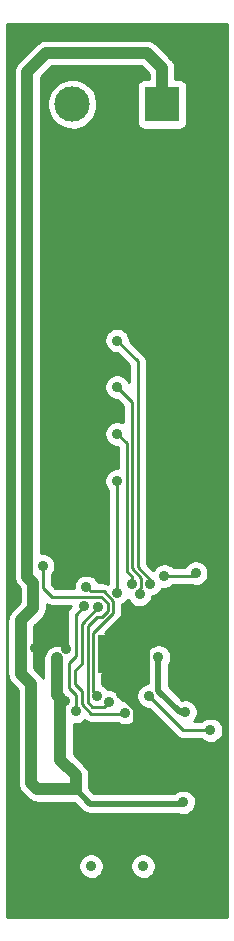
<source format=gbl>
G04 (created by PCBNEW (2013-mar-13)-testing) date Wed 12 Jun 2013 06:43:17 PM NZST*
%MOIN*%
G04 Gerber Fmt 3.4, Leading zero omitted, Abs format*
%FSLAX34Y34*%
G01*
G70*
G90*
G04 APERTURE LIST*
%ADD10C,0.005906*%
%ADD11R,0.125984X0.125984*%
%ADD12C,0.035400*%
%ADD13R,0.118100X0.118100*%
%ADD14C,0.118100*%
%ADD15C,0.035000*%
%ADD16C,0.019685*%
%ADD17C,0.039370*%
%ADD18C,0.010000*%
%ADD19C,0.009843*%
G04 APERTURE END LIST*
G54D10*
G54D11*
X31496Y-39960D03*
G54D12*
X32362Y-47047D03*
X30630Y-47047D03*
G54D13*
X32992Y-21653D03*
G54D14*
X30000Y-21653D03*
G54D15*
X33700Y-44921D03*
X29488Y-40118D03*
X33759Y-41909D03*
X32874Y-40078D03*
X29763Y-41535D03*
X30118Y-44488D03*
X31220Y-41574D03*
X29015Y-37047D03*
X30866Y-38425D03*
X31771Y-41929D03*
X30393Y-38385D03*
X30118Y-41889D03*
X30472Y-37755D03*
X30826Y-41377D03*
X31496Y-34212D03*
X31496Y-37933D03*
X32007Y-37637D03*
X31496Y-32637D03*
X32244Y-37992D03*
X31496Y-31082D03*
X32598Y-37637D03*
X31496Y-29527D03*
X34606Y-42519D03*
X32559Y-41377D03*
X34114Y-37283D03*
X33070Y-37381D03*
X29803Y-39803D03*
X28100Y-41446D03*
X28100Y-38080D03*
X29911Y-37214D03*
X28759Y-39763D03*
X33720Y-38090D03*
X32874Y-44488D03*
X31614Y-41299D03*
G54D16*
X30590Y-44960D02*
X30118Y-44488D01*
X33661Y-44960D02*
X30590Y-44960D01*
X33700Y-44921D02*
X33661Y-44960D01*
G54D17*
X28287Y-39035D02*
X28287Y-38858D01*
X28287Y-38858D02*
X28700Y-38444D01*
X28838Y-44488D02*
X28641Y-44291D01*
X28641Y-44291D02*
X28641Y-40984D01*
X28641Y-40984D02*
X28287Y-40629D01*
X28287Y-40629D02*
X28287Y-39035D01*
X28503Y-20570D02*
X29133Y-19940D01*
X29133Y-19940D02*
X32480Y-19940D01*
X32480Y-19940D02*
X32992Y-20452D01*
X32992Y-20452D02*
X32992Y-21653D01*
X30118Y-44488D02*
X28838Y-44488D01*
X28503Y-37401D02*
X28503Y-20570D01*
X28700Y-37598D02*
X28503Y-37401D01*
X28700Y-38444D02*
X28700Y-37598D01*
X29606Y-41535D02*
X29606Y-41456D01*
X29488Y-41338D02*
X29488Y-40118D01*
X29606Y-41456D02*
X29488Y-41338D01*
G54D16*
X33582Y-41909D02*
X33759Y-41909D01*
X32874Y-41200D02*
X33582Y-41909D01*
X32874Y-40078D02*
X32874Y-41200D01*
G54D18*
X29606Y-41535D02*
X29763Y-41535D01*
G54D17*
X30118Y-44015D02*
X30118Y-44488D01*
X29606Y-41535D02*
X29606Y-43503D01*
X29606Y-43503D02*
X30118Y-44015D01*
G54D18*
X30511Y-39058D02*
X30511Y-41574D01*
X30669Y-41732D02*
X30511Y-41574D01*
X31062Y-41732D02*
X30669Y-41732D01*
X31220Y-41574D02*
X31062Y-41732D01*
X30511Y-39058D02*
X30831Y-38738D01*
X30831Y-38738D02*
X30985Y-38738D01*
X30985Y-38738D02*
X31181Y-38543D01*
X31181Y-38543D02*
X31181Y-38287D01*
X29015Y-37770D02*
X29015Y-36968D01*
X29315Y-38070D02*
X29015Y-37770D01*
X30964Y-38070D02*
X29315Y-38070D01*
X31181Y-38287D02*
X30964Y-38070D01*
G54D19*
X30078Y-40984D02*
X30078Y-40529D01*
G54D18*
X30078Y-40529D02*
X30314Y-40293D01*
X30314Y-40293D02*
X30314Y-38976D01*
X30314Y-38976D02*
X30866Y-38425D01*
X30629Y-41968D02*
X30314Y-41653D01*
X30078Y-40984D02*
X30314Y-41220D01*
X30314Y-41220D02*
X30314Y-41653D01*
X30629Y-41968D02*
X31732Y-41968D01*
X31732Y-41968D02*
X31771Y-41929D01*
X31732Y-41968D02*
X31771Y-41929D01*
G54D19*
X30118Y-38661D02*
X30118Y-40039D01*
G54D18*
X30118Y-38661D02*
X30393Y-38385D01*
X29881Y-40275D02*
X29881Y-41102D01*
X29881Y-41102D02*
X30118Y-41338D01*
X30118Y-41338D02*
X30118Y-41889D01*
G54D19*
X30118Y-40039D02*
X29881Y-40275D01*
X31358Y-38602D02*
X31358Y-38603D01*
G54D18*
X31358Y-38602D02*
X31358Y-38208D01*
X31358Y-38208D02*
X31043Y-37893D01*
X31043Y-37893D02*
X30610Y-37893D01*
X30610Y-37893D02*
X30472Y-37755D01*
G54D19*
X30688Y-41240D02*
X30826Y-41377D01*
X30688Y-39272D02*
X30688Y-41240D01*
X31358Y-38603D02*
X30688Y-39272D01*
X30846Y-41358D02*
X30826Y-41377D01*
G54D18*
X31496Y-37933D02*
X31496Y-34212D01*
X32007Y-37637D02*
X32007Y-37401D01*
X31811Y-32952D02*
X31496Y-32637D01*
X31811Y-37204D02*
X31811Y-32952D01*
X32007Y-37401D02*
X31811Y-37204D01*
X32244Y-37992D02*
X32244Y-37814D01*
X31988Y-31574D02*
X31496Y-31082D01*
X31988Y-37125D02*
X31988Y-31574D01*
X32303Y-37440D02*
X31988Y-37125D01*
X32303Y-37755D02*
X32303Y-37440D01*
X32244Y-37814D02*
X32303Y-37755D01*
X32598Y-37637D02*
X32598Y-37500D01*
X32185Y-30216D02*
X31496Y-29527D01*
X32185Y-37086D02*
X32185Y-30216D01*
X32598Y-37500D02*
X32185Y-37086D01*
X33700Y-42519D02*
X34606Y-42519D01*
X32559Y-41377D02*
X33700Y-42519D01*
X33070Y-37381D02*
X34015Y-37381D01*
X34015Y-37381D02*
X34114Y-37283D01*
X33070Y-37381D02*
X33129Y-37322D01*
G54D16*
X28759Y-39763D02*
X28996Y-39527D01*
X29803Y-39724D02*
X29803Y-39803D01*
X29606Y-39527D02*
X29803Y-39724D01*
X28996Y-39527D02*
X29606Y-39527D01*
G54D19*
X28090Y-41496D02*
X28090Y-41456D01*
X28090Y-41456D02*
X28100Y-41446D01*
X28100Y-38080D02*
X28090Y-38070D01*
X29911Y-37214D02*
X29921Y-37224D01*
G54D16*
X28759Y-39763D02*
X28759Y-39744D01*
X31614Y-41299D02*
X31889Y-41299D01*
X31889Y-41299D02*
X32480Y-40708D01*
X32480Y-40708D02*
X32480Y-38641D01*
X32480Y-38641D02*
X33031Y-38090D01*
X33031Y-38090D02*
X33720Y-38090D01*
X32125Y-41811D02*
X31614Y-41299D01*
X32125Y-43740D02*
X32125Y-41811D01*
X32125Y-43740D02*
X32874Y-44488D01*
G54D10*
G36*
X29968Y-38370D02*
X29968Y-38386D01*
X29905Y-38449D01*
X29868Y-38494D01*
X29841Y-38546D01*
X29824Y-38602D01*
X29818Y-38660D01*
X29818Y-38668D01*
X29818Y-39819D01*
X29805Y-39803D01*
X29738Y-39747D01*
X29661Y-39706D01*
X29578Y-39680D01*
X29491Y-39671D01*
X29404Y-39679D01*
X29320Y-39703D01*
X29243Y-39744D01*
X29175Y-39798D01*
X29119Y-39865D01*
X29077Y-39942D01*
X29051Y-40025D01*
X29041Y-40111D01*
X29041Y-40118D01*
X29041Y-40788D01*
X29035Y-40777D01*
X29016Y-40740D01*
X29015Y-40739D01*
X29013Y-40736D01*
X28987Y-40704D01*
X28962Y-40672D01*
X28958Y-40669D01*
X28958Y-40669D01*
X28958Y-40669D01*
X28957Y-40668D01*
X28734Y-40444D01*
X28734Y-39043D01*
X29016Y-38760D01*
X29042Y-38728D01*
X29069Y-38697D01*
X29070Y-38695D01*
X29072Y-38693D01*
X29091Y-38657D01*
X29111Y-38620D01*
X29112Y-38618D01*
X29113Y-38616D01*
X29125Y-38577D01*
X29137Y-38537D01*
X29138Y-38535D01*
X29138Y-38533D01*
X29142Y-38492D01*
X29147Y-38451D01*
X29147Y-38446D01*
X29147Y-38446D01*
X29147Y-38446D01*
X29147Y-38444D01*
X29147Y-38319D01*
X29147Y-38319D01*
X29148Y-38320D01*
X29173Y-38333D01*
X29197Y-38346D01*
X29199Y-38347D01*
X29200Y-38347D01*
X29226Y-38355D01*
X29253Y-38364D01*
X29254Y-38364D01*
X29256Y-38364D01*
X29284Y-38367D01*
X29311Y-38370D01*
X29314Y-38370D01*
X29314Y-38370D01*
X29314Y-38370D01*
X29315Y-38370D01*
X29968Y-38370D01*
X29968Y-38370D01*
G37*
G54D18*
X29968Y-38370D02*
X29968Y-38386D01*
X29905Y-38449D01*
X29868Y-38494D01*
X29841Y-38546D01*
X29824Y-38602D01*
X29818Y-38660D01*
X29818Y-38668D01*
X29818Y-39819D01*
X29805Y-39803D01*
X29738Y-39747D01*
X29661Y-39706D01*
X29578Y-39680D01*
X29491Y-39671D01*
X29404Y-39679D01*
X29320Y-39703D01*
X29243Y-39744D01*
X29175Y-39798D01*
X29119Y-39865D01*
X29077Y-39942D01*
X29051Y-40025D01*
X29041Y-40111D01*
X29041Y-40118D01*
X29041Y-40788D01*
X29035Y-40777D01*
X29016Y-40740D01*
X29015Y-40739D01*
X29013Y-40736D01*
X28987Y-40704D01*
X28962Y-40672D01*
X28958Y-40669D01*
X28958Y-40669D01*
X28958Y-40669D01*
X28957Y-40668D01*
X28734Y-40444D01*
X28734Y-39043D01*
X29016Y-38760D01*
X29042Y-38728D01*
X29069Y-38697D01*
X29070Y-38695D01*
X29072Y-38693D01*
X29091Y-38657D01*
X29111Y-38620D01*
X29112Y-38618D01*
X29113Y-38616D01*
X29125Y-38577D01*
X29137Y-38537D01*
X29138Y-38535D01*
X29138Y-38533D01*
X29142Y-38492D01*
X29147Y-38451D01*
X29147Y-38446D01*
X29147Y-38446D01*
X29147Y-38446D01*
X29147Y-38444D01*
X29147Y-38319D01*
X29147Y-38319D01*
X29148Y-38320D01*
X29173Y-38333D01*
X29197Y-38346D01*
X29199Y-38347D01*
X29200Y-38347D01*
X29226Y-38355D01*
X29253Y-38364D01*
X29254Y-38364D01*
X29256Y-38364D01*
X29284Y-38367D01*
X29311Y-38370D01*
X29314Y-38370D01*
X29314Y-38370D01*
X29314Y-38370D01*
X29315Y-38370D01*
X29968Y-38370D01*
G54D10*
G36*
X35163Y-48746D02*
X35031Y-48746D01*
X35031Y-42478D01*
X35015Y-42396D01*
X34983Y-42319D01*
X34937Y-42249D01*
X34878Y-42190D01*
X34809Y-42144D01*
X34732Y-42111D01*
X34650Y-42094D01*
X34567Y-42094D01*
X34539Y-42099D01*
X34539Y-37241D01*
X34523Y-37160D01*
X34491Y-37082D01*
X34445Y-37013D01*
X34386Y-36954D01*
X34317Y-36907D01*
X34240Y-36875D01*
X34158Y-36858D01*
X34075Y-36858D01*
X33993Y-36873D01*
X33916Y-36905D01*
X33846Y-36950D01*
X33787Y-37008D01*
X33739Y-37077D01*
X33738Y-37081D01*
X33371Y-37081D01*
X33343Y-37052D01*
X33273Y-37006D01*
X33197Y-36973D01*
X33115Y-36957D01*
X33032Y-36956D01*
X32950Y-36972D01*
X32873Y-37003D01*
X32803Y-37049D01*
X32743Y-37107D01*
X32697Y-37174D01*
X32485Y-36962D01*
X32485Y-30216D01*
X32482Y-30188D01*
X32479Y-30161D01*
X32479Y-30159D01*
X32479Y-30158D01*
X32471Y-30131D01*
X32463Y-30105D01*
X32462Y-30103D01*
X32462Y-30102D01*
X32449Y-30077D01*
X32436Y-30053D01*
X32435Y-30051D01*
X32434Y-30050D01*
X32417Y-30029D01*
X32400Y-30007D01*
X32397Y-30005D01*
X32397Y-30005D01*
X32397Y-30005D01*
X32397Y-30004D01*
X31920Y-29527D01*
X31921Y-29485D01*
X31904Y-29404D01*
X31873Y-29327D01*
X31827Y-29257D01*
X31768Y-29198D01*
X31699Y-29151D01*
X31622Y-29119D01*
X31540Y-29102D01*
X31457Y-29102D01*
X31375Y-29117D01*
X31298Y-29149D01*
X31228Y-29194D01*
X31168Y-29253D01*
X31121Y-29321D01*
X31088Y-29398D01*
X31071Y-29479D01*
X31070Y-29563D01*
X31085Y-29645D01*
X31116Y-29722D01*
X31161Y-29792D01*
X31219Y-29852D01*
X31287Y-29900D01*
X31364Y-29933D01*
X31445Y-29951D01*
X31496Y-29952D01*
X31885Y-30340D01*
X31885Y-30911D01*
X31873Y-30882D01*
X31827Y-30812D01*
X31768Y-30753D01*
X31699Y-30707D01*
X31622Y-30674D01*
X31540Y-30657D01*
X31457Y-30657D01*
X31375Y-30672D01*
X31298Y-30704D01*
X31228Y-30749D01*
X31168Y-30808D01*
X31121Y-30876D01*
X31088Y-30953D01*
X31071Y-31035D01*
X31070Y-31118D01*
X31085Y-31200D01*
X31116Y-31277D01*
X31161Y-31347D01*
X31219Y-31407D01*
X31287Y-31455D01*
X31364Y-31488D01*
X31445Y-31506D01*
X31496Y-31507D01*
X31688Y-31699D01*
X31688Y-32257D01*
X31622Y-32229D01*
X31540Y-32213D01*
X31457Y-32212D01*
X31375Y-32228D01*
X31298Y-32259D01*
X31228Y-32304D01*
X31168Y-32363D01*
X31121Y-32432D01*
X31088Y-32508D01*
X31071Y-32590D01*
X31070Y-32673D01*
X31085Y-32755D01*
X31116Y-32833D01*
X31161Y-32903D01*
X31219Y-32963D01*
X31287Y-33010D01*
X31364Y-33043D01*
X31445Y-33061D01*
X31496Y-33062D01*
X31511Y-33077D01*
X31511Y-33787D01*
X31457Y-33787D01*
X31375Y-33802D01*
X31298Y-33834D01*
X31228Y-33879D01*
X31168Y-33938D01*
X31121Y-34006D01*
X31088Y-34083D01*
X31071Y-34164D01*
X31070Y-34248D01*
X31085Y-34330D01*
X31116Y-34407D01*
X31161Y-34477D01*
X31196Y-34513D01*
X31196Y-37631D01*
X31192Y-37635D01*
X31185Y-37631D01*
X31161Y-37617D01*
X31159Y-37617D01*
X31158Y-37616D01*
X31132Y-37608D01*
X31105Y-37600D01*
X31104Y-37600D01*
X31102Y-37599D01*
X31075Y-37596D01*
X31047Y-37593D01*
X31044Y-37593D01*
X31044Y-37593D01*
X31044Y-37593D01*
X31043Y-37593D01*
X30865Y-37593D01*
X30849Y-37555D01*
X30840Y-37542D01*
X30840Y-21571D01*
X30808Y-21409D01*
X30745Y-21257D01*
X30654Y-21119D01*
X30538Y-21002D01*
X30401Y-20910D01*
X30249Y-20846D01*
X30088Y-20813D01*
X29923Y-20812D01*
X29761Y-20843D01*
X29608Y-20905D01*
X29470Y-20995D01*
X29353Y-21110D01*
X29259Y-21246D01*
X29195Y-21398D01*
X29160Y-21559D01*
X29158Y-21724D01*
X29188Y-21886D01*
X29248Y-22039D01*
X29338Y-22178D01*
X29452Y-22296D01*
X29588Y-22390D01*
X29739Y-22456D01*
X29900Y-22492D01*
X30064Y-22495D01*
X30227Y-22466D01*
X30380Y-22407D01*
X30520Y-22319D01*
X30639Y-22205D01*
X30734Y-22070D01*
X30801Y-21920D01*
X30837Y-21759D01*
X30840Y-21571D01*
X30840Y-37542D01*
X30803Y-37485D01*
X30744Y-37426D01*
X30675Y-37380D01*
X30598Y-37347D01*
X30517Y-37331D01*
X30433Y-37330D01*
X30351Y-37346D01*
X30274Y-37377D01*
X30204Y-37423D01*
X30145Y-37481D01*
X30098Y-37550D01*
X30065Y-37626D01*
X30048Y-37708D01*
X30047Y-37770D01*
X29440Y-37770D01*
X29315Y-37646D01*
X29315Y-37348D01*
X29339Y-37326D01*
X29387Y-37258D01*
X29420Y-37182D01*
X29439Y-37100D01*
X29440Y-37005D01*
X29424Y-36923D01*
X29392Y-36846D01*
X29346Y-36777D01*
X29287Y-36718D01*
X29218Y-36671D01*
X29142Y-36639D01*
X29060Y-36622D01*
X28977Y-36621D01*
X28950Y-36626D01*
X28950Y-20755D01*
X29318Y-20387D01*
X32295Y-20387D01*
X32545Y-20637D01*
X32545Y-20813D01*
X32376Y-20813D01*
X32328Y-20822D01*
X32283Y-20841D01*
X32242Y-20868D01*
X32207Y-20903D01*
X32180Y-20944D01*
X32161Y-20990D01*
X32151Y-21038D01*
X32151Y-21087D01*
X32151Y-22268D01*
X32161Y-22316D01*
X32180Y-22362D01*
X32207Y-22403D01*
X32242Y-22438D01*
X32283Y-22465D01*
X32328Y-22484D01*
X32376Y-22494D01*
X32426Y-22494D01*
X33607Y-22494D01*
X33655Y-22484D01*
X33700Y-22465D01*
X33741Y-22438D01*
X33776Y-22403D01*
X33804Y-22362D01*
X33822Y-22316D01*
X33832Y-22268D01*
X33832Y-22219D01*
X33832Y-21038D01*
X33822Y-20990D01*
X33804Y-20944D01*
X33776Y-20903D01*
X33741Y-20868D01*
X33700Y-20841D01*
X33655Y-20822D01*
X33607Y-20813D01*
X33557Y-20813D01*
X33438Y-20813D01*
X33438Y-20452D01*
X33434Y-20411D01*
X33431Y-20370D01*
X33430Y-20368D01*
X33430Y-20365D01*
X33418Y-20326D01*
X33406Y-20286D01*
X33405Y-20284D01*
X33405Y-20282D01*
X33385Y-20245D01*
X33366Y-20209D01*
X33365Y-20207D01*
X33364Y-20205D01*
X33338Y-20173D01*
X33312Y-20141D01*
X33309Y-20137D01*
X33309Y-20137D01*
X33309Y-20137D01*
X33308Y-20136D01*
X32796Y-19624D01*
X32764Y-19598D01*
X32732Y-19572D01*
X32730Y-19571D01*
X32728Y-19569D01*
X32692Y-19550D01*
X32656Y-19530D01*
X32654Y-19529D01*
X32652Y-19528D01*
X32612Y-19516D01*
X32573Y-19503D01*
X32570Y-19503D01*
X32568Y-19502D01*
X32527Y-19498D01*
X32486Y-19494D01*
X32481Y-19494D01*
X32481Y-19494D01*
X32481Y-19494D01*
X32480Y-19494D01*
X29133Y-19494D01*
X29092Y-19498D01*
X29051Y-19501D01*
X29049Y-19502D01*
X29047Y-19502D01*
X29007Y-19514D01*
X28967Y-19526D01*
X28965Y-19527D01*
X28963Y-19527D01*
X28927Y-19547D01*
X28890Y-19566D01*
X28888Y-19567D01*
X28886Y-19568D01*
X28854Y-19594D01*
X28822Y-19620D01*
X28819Y-19623D01*
X28818Y-19623D01*
X28818Y-19623D01*
X28817Y-19624D01*
X28187Y-20254D01*
X28161Y-20286D01*
X28135Y-20318D01*
X28134Y-20320D01*
X28132Y-20322D01*
X28113Y-20358D01*
X28093Y-20394D01*
X28092Y-20397D01*
X28091Y-20399D01*
X28079Y-20438D01*
X28066Y-20477D01*
X28066Y-20480D01*
X28065Y-20482D01*
X28061Y-20523D01*
X28057Y-20564D01*
X28057Y-20569D01*
X28057Y-20569D01*
X28057Y-20569D01*
X28057Y-20570D01*
X28057Y-37401D01*
X28061Y-37442D01*
X28064Y-37483D01*
X28065Y-37486D01*
X28065Y-37488D01*
X28077Y-37527D01*
X28089Y-37567D01*
X28090Y-37569D01*
X28090Y-37571D01*
X28110Y-37608D01*
X28129Y-37644D01*
X28130Y-37646D01*
X28131Y-37648D01*
X28157Y-37680D01*
X28183Y-37713D01*
X28186Y-37716D01*
X28186Y-37716D01*
X28186Y-37716D01*
X28187Y-37717D01*
X28253Y-37783D01*
X28253Y-38259D01*
X27971Y-38542D01*
X27945Y-38574D01*
X27918Y-38605D01*
X27917Y-38607D01*
X27916Y-38609D01*
X27896Y-38646D01*
X27876Y-38682D01*
X27875Y-38684D01*
X27874Y-38686D01*
X27862Y-38726D01*
X27850Y-38765D01*
X27850Y-38767D01*
X27849Y-38769D01*
X27845Y-38811D01*
X27840Y-38852D01*
X27840Y-38856D01*
X27840Y-38856D01*
X27840Y-38856D01*
X27840Y-38858D01*
X27840Y-39035D01*
X27840Y-40629D01*
X27844Y-40671D01*
X27848Y-40712D01*
X27848Y-40714D01*
X27849Y-40716D01*
X27860Y-40756D01*
X27872Y-40795D01*
X27873Y-40797D01*
X27874Y-40800D01*
X27893Y-40836D01*
X27912Y-40873D01*
X27914Y-40875D01*
X27915Y-40877D01*
X27941Y-40909D01*
X27967Y-40941D01*
X27970Y-40944D01*
X27970Y-40944D01*
X27970Y-40944D01*
X27971Y-40945D01*
X28194Y-41169D01*
X28194Y-44291D01*
X28198Y-44332D01*
X28202Y-44373D01*
X28203Y-44375D01*
X28203Y-44378D01*
X28215Y-44417D01*
X28226Y-44457D01*
X28227Y-44459D01*
X28228Y-44461D01*
X28247Y-44498D01*
X28266Y-44534D01*
X28268Y-44536D01*
X28269Y-44538D01*
X28295Y-44570D01*
X28321Y-44602D01*
X28324Y-44606D01*
X28324Y-44606D01*
X28324Y-44606D01*
X28325Y-44607D01*
X28522Y-44804D01*
X28554Y-44830D01*
X28586Y-44856D01*
X28588Y-44858D01*
X28590Y-44859D01*
X28626Y-44879D01*
X28662Y-44898D01*
X28664Y-44899D01*
X28666Y-44900D01*
X28706Y-44912D01*
X28745Y-44925D01*
X28748Y-44925D01*
X28750Y-44926D01*
X28791Y-44930D01*
X28832Y-44934D01*
X28836Y-44935D01*
X28837Y-44935D01*
X28837Y-44935D01*
X28838Y-44935D01*
X30072Y-44935D01*
X30344Y-45207D01*
X30369Y-45227D01*
X30393Y-45248D01*
X30395Y-45249D01*
X30396Y-45250D01*
X30425Y-45265D01*
X30453Y-45280D01*
X30455Y-45281D01*
X30456Y-45282D01*
X30487Y-45291D01*
X30518Y-45301D01*
X30519Y-45301D01*
X30521Y-45302D01*
X30553Y-45305D01*
X30585Y-45309D01*
X30589Y-45309D01*
X30589Y-45309D01*
X30589Y-45309D01*
X30590Y-45309D01*
X33526Y-45309D01*
X33568Y-45327D01*
X33650Y-45345D01*
X33733Y-45347D01*
X33815Y-45332D01*
X33893Y-45302D01*
X33963Y-45257D01*
X34024Y-45200D01*
X34072Y-45132D01*
X34106Y-45056D01*
X34124Y-44974D01*
X34125Y-44879D01*
X34109Y-44797D01*
X34077Y-44720D01*
X34031Y-44651D01*
X33973Y-44592D01*
X33903Y-44545D01*
X33827Y-44513D01*
X33745Y-44496D01*
X33662Y-44495D01*
X33580Y-44511D01*
X33502Y-44542D01*
X33433Y-44588D01*
X33408Y-44612D01*
X30734Y-44612D01*
X30564Y-44442D01*
X30564Y-44015D01*
X30560Y-43974D01*
X30557Y-43933D01*
X30556Y-43931D01*
X30556Y-43928D01*
X30544Y-43889D01*
X30533Y-43849D01*
X30531Y-43847D01*
X30531Y-43845D01*
X30511Y-43809D01*
X30492Y-43772D01*
X30491Y-43770D01*
X30490Y-43768D01*
X30464Y-43736D01*
X30438Y-43704D01*
X30435Y-43700D01*
X30435Y-43700D01*
X30435Y-43700D01*
X30434Y-43699D01*
X30053Y-43318D01*
X30053Y-42310D01*
X30067Y-42313D01*
X30150Y-42315D01*
X30232Y-42301D01*
X30310Y-42270D01*
X30381Y-42226D01*
X30423Y-42185D01*
X30439Y-42198D01*
X30460Y-42216D01*
X30461Y-42216D01*
X30463Y-42217D01*
X30487Y-42230D01*
X30511Y-42244D01*
X30513Y-42244D01*
X30514Y-42245D01*
X30541Y-42253D01*
X30567Y-42261D01*
X30569Y-42262D01*
X30570Y-42262D01*
X30598Y-42265D01*
X30625Y-42268D01*
X30628Y-42268D01*
X30628Y-42268D01*
X30628Y-42268D01*
X30629Y-42268D01*
X31515Y-42268D01*
X31563Y-42301D01*
X31639Y-42335D01*
X31721Y-42353D01*
X31804Y-42354D01*
X31886Y-42340D01*
X31964Y-42310D01*
X32034Y-42265D01*
X32094Y-42208D01*
X32142Y-42140D01*
X32176Y-42063D01*
X32195Y-41982D01*
X32196Y-41887D01*
X32180Y-41805D01*
X32148Y-41728D01*
X32102Y-41659D01*
X32043Y-41600D01*
X31974Y-41553D01*
X31897Y-41521D01*
X31816Y-41504D01*
X31732Y-41503D01*
X31651Y-41519D01*
X31643Y-41522D01*
X31629Y-41451D01*
X31597Y-41374D01*
X31551Y-41304D01*
X31492Y-41245D01*
X31423Y-41199D01*
X31346Y-41166D01*
X31265Y-41150D01*
X31185Y-41149D01*
X31157Y-41108D01*
X31098Y-41048D01*
X31029Y-41002D01*
X30988Y-40984D01*
X30988Y-40640D01*
X31435Y-40640D01*
X31447Y-40628D01*
X31447Y-40009D01*
X31439Y-40009D01*
X31439Y-39912D01*
X31447Y-39912D01*
X31447Y-39293D01*
X31435Y-39280D01*
X31103Y-39280D01*
X31566Y-38817D01*
X31568Y-38816D01*
X31569Y-38814D01*
X31569Y-38814D01*
X31570Y-38813D01*
X31605Y-38771D01*
X31634Y-38720D01*
X31651Y-38664D01*
X31658Y-38606D01*
X31658Y-38602D01*
X31658Y-38326D01*
X31688Y-38314D01*
X31758Y-38269D01*
X31819Y-38212D01*
X31854Y-38162D01*
X31864Y-38187D01*
X31909Y-38257D01*
X31967Y-38317D01*
X32035Y-38364D01*
X32112Y-38398D01*
X32193Y-38416D01*
X32276Y-38417D01*
X32358Y-38403D01*
X32436Y-38373D01*
X32507Y-38328D01*
X32567Y-38271D01*
X32615Y-38203D01*
X32649Y-38126D01*
X32665Y-38057D01*
X32713Y-38049D01*
X32790Y-38018D01*
X32861Y-37974D01*
X32921Y-37916D01*
X32969Y-37848D01*
X32991Y-37799D01*
X33020Y-37805D01*
X33103Y-37807D01*
X33185Y-37793D01*
X33263Y-37763D01*
X33333Y-37718D01*
X33372Y-37681D01*
X33964Y-37681D01*
X33982Y-37689D01*
X34063Y-37707D01*
X34146Y-37709D01*
X34229Y-37694D01*
X34306Y-37664D01*
X34377Y-37619D01*
X34437Y-37562D01*
X34485Y-37494D01*
X34519Y-37418D01*
X34537Y-37336D01*
X34539Y-37241D01*
X34539Y-42099D01*
X34485Y-42110D01*
X34408Y-42141D01*
X34338Y-42186D01*
X34305Y-42219D01*
X34050Y-42219D01*
X34083Y-42188D01*
X34131Y-42120D01*
X34165Y-42044D01*
X34183Y-41962D01*
X34184Y-41867D01*
X34168Y-41786D01*
X34136Y-41708D01*
X34090Y-41639D01*
X34032Y-41580D01*
X33962Y-41533D01*
X33886Y-41501D01*
X33804Y-41484D01*
X33721Y-41484D01*
X33661Y-41495D01*
X33222Y-41056D01*
X33222Y-40322D01*
X33245Y-40289D01*
X33279Y-40213D01*
X33297Y-40132D01*
X33299Y-40037D01*
X33282Y-39955D01*
X33251Y-39878D01*
X33204Y-39808D01*
X33146Y-39749D01*
X33077Y-39703D01*
X33000Y-39670D01*
X32918Y-39654D01*
X32835Y-39653D01*
X32753Y-39669D01*
X32676Y-39700D01*
X32606Y-39745D01*
X32546Y-39804D01*
X32499Y-39873D01*
X32466Y-39949D01*
X32449Y-40031D01*
X32448Y-40114D01*
X32463Y-40196D01*
X32494Y-40273D01*
X32525Y-40322D01*
X32525Y-40952D01*
X32520Y-40952D01*
X32438Y-40968D01*
X32361Y-40999D01*
X32291Y-41045D01*
X32231Y-41103D01*
X32184Y-41172D01*
X32175Y-41192D01*
X32175Y-40595D01*
X32175Y-40585D01*
X32175Y-40021D01*
X32175Y-39899D01*
X32175Y-39335D01*
X32175Y-39325D01*
X32174Y-39316D01*
X32170Y-39307D01*
X32164Y-39298D01*
X32157Y-39291D01*
X32149Y-39286D01*
X32140Y-39282D01*
X32130Y-39280D01*
X31556Y-39280D01*
X31544Y-39293D01*
X31544Y-39912D01*
X32163Y-39912D01*
X32175Y-39899D01*
X32175Y-40021D01*
X32163Y-40009D01*
X31544Y-40009D01*
X31544Y-40628D01*
X31556Y-40640D01*
X32130Y-40640D01*
X32140Y-40638D01*
X32149Y-40634D01*
X32157Y-40629D01*
X32164Y-40622D01*
X32170Y-40614D01*
X32174Y-40605D01*
X32175Y-40595D01*
X32175Y-41192D01*
X32151Y-41248D01*
X32134Y-41330D01*
X32133Y-41413D01*
X32148Y-41495D01*
X32179Y-41573D01*
X32224Y-41643D01*
X32282Y-41703D01*
X32350Y-41750D01*
X32427Y-41784D01*
X32508Y-41802D01*
X32559Y-41803D01*
X33488Y-42731D01*
X33510Y-42749D01*
X33531Y-42767D01*
X33532Y-42767D01*
X33533Y-42768D01*
X33558Y-42782D01*
X33582Y-42795D01*
X33584Y-42795D01*
X33585Y-42796D01*
X33611Y-42804D01*
X33638Y-42813D01*
X33639Y-42813D01*
X33641Y-42813D01*
X33669Y-42816D01*
X33696Y-42819D01*
X33699Y-42819D01*
X33699Y-42819D01*
X33699Y-42819D01*
X33700Y-42819D01*
X34305Y-42819D01*
X34329Y-42844D01*
X34397Y-42892D01*
X34474Y-42925D01*
X34555Y-42943D01*
X34639Y-42945D01*
X34721Y-42931D01*
X34798Y-42900D01*
X34869Y-42856D01*
X34929Y-42798D01*
X34977Y-42730D01*
X35011Y-42654D01*
X35029Y-42573D01*
X35031Y-42478D01*
X35031Y-48746D01*
X32789Y-48746D01*
X32789Y-47005D01*
X32772Y-46923D01*
X32740Y-46845D01*
X32694Y-46776D01*
X32635Y-46716D01*
X32566Y-46669D01*
X32488Y-46637D01*
X32406Y-46620D01*
X32323Y-46619D01*
X32240Y-46635D01*
X32163Y-46667D01*
X32093Y-46712D01*
X32033Y-46771D01*
X31986Y-46840D01*
X31953Y-46917D01*
X31935Y-46999D01*
X31934Y-47083D01*
X31949Y-47165D01*
X31980Y-47243D01*
X32025Y-47313D01*
X32083Y-47373D01*
X32152Y-47421D01*
X32229Y-47455D01*
X32311Y-47473D01*
X32394Y-47475D01*
X32477Y-47460D01*
X32555Y-47430D01*
X32626Y-47385D01*
X32686Y-47327D01*
X32735Y-47259D01*
X32769Y-47182D01*
X32787Y-47101D01*
X32789Y-47005D01*
X32789Y-48746D01*
X31057Y-48746D01*
X31057Y-47005D01*
X31040Y-46923D01*
X31008Y-46845D01*
X30962Y-46776D01*
X30903Y-46716D01*
X30834Y-46669D01*
X30756Y-46637D01*
X30674Y-46620D01*
X30591Y-46619D01*
X30508Y-46635D01*
X30431Y-46667D01*
X30361Y-46712D01*
X30301Y-46771D01*
X30254Y-46840D01*
X30221Y-46917D01*
X30203Y-46999D01*
X30202Y-47083D01*
X30217Y-47165D01*
X30248Y-47243D01*
X30293Y-47313D01*
X30351Y-47373D01*
X30420Y-47421D01*
X30497Y-47455D01*
X30579Y-47473D01*
X30662Y-47475D01*
X30745Y-47460D01*
X30823Y-47430D01*
X30894Y-47385D01*
X30954Y-47327D01*
X31003Y-47259D01*
X31037Y-47182D01*
X31055Y-47101D01*
X31057Y-47005D01*
X31057Y-48746D01*
X27828Y-48746D01*
X27828Y-18970D01*
X35163Y-18970D01*
X35163Y-48746D01*
X35163Y-48746D01*
G37*
G54D18*
X35163Y-48746D02*
X35031Y-48746D01*
X35031Y-42478D01*
X35015Y-42396D01*
X34983Y-42319D01*
X34937Y-42249D01*
X34878Y-42190D01*
X34809Y-42144D01*
X34732Y-42111D01*
X34650Y-42094D01*
X34567Y-42094D01*
X34539Y-42099D01*
X34539Y-37241D01*
X34523Y-37160D01*
X34491Y-37082D01*
X34445Y-37013D01*
X34386Y-36954D01*
X34317Y-36907D01*
X34240Y-36875D01*
X34158Y-36858D01*
X34075Y-36858D01*
X33993Y-36873D01*
X33916Y-36905D01*
X33846Y-36950D01*
X33787Y-37008D01*
X33739Y-37077D01*
X33738Y-37081D01*
X33371Y-37081D01*
X33343Y-37052D01*
X33273Y-37006D01*
X33197Y-36973D01*
X33115Y-36957D01*
X33032Y-36956D01*
X32950Y-36972D01*
X32873Y-37003D01*
X32803Y-37049D01*
X32743Y-37107D01*
X32697Y-37174D01*
X32485Y-36962D01*
X32485Y-30216D01*
X32482Y-30188D01*
X32479Y-30161D01*
X32479Y-30159D01*
X32479Y-30158D01*
X32471Y-30131D01*
X32463Y-30105D01*
X32462Y-30103D01*
X32462Y-30102D01*
X32449Y-30077D01*
X32436Y-30053D01*
X32435Y-30051D01*
X32434Y-30050D01*
X32417Y-30029D01*
X32400Y-30007D01*
X32397Y-30005D01*
X32397Y-30005D01*
X32397Y-30005D01*
X32397Y-30004D01*
X31920Y-29527D01*
X31921Y-29485D01*
X31904Y-29404D01*
X31873Y-29327D01*
X31827Y-29257D01*
X31768Y-29198D01*
X31699Y-29151D01*
X31622Y-29119D01*
X31540Y-29102D01*
X31457Y-29102D01*
X31375Y-29117D01*
X31298Y-29149D01*
X31228Y-29194D01*
X31168Y-29253D01*
X31121Y-29321D01*
X31088Y-29398D01*
X31071Y-29479D01*
X31070Y-29563D01*
X31085Y-29645D01*
X31116Y-29722D01*
X31161Y-29792D01*
X31219Y-29852D01*
X31287Y-29900D01*
X31364Y-29933D01*
X31445Y-29951D01*
X31496Y-29952D01*
X31885Y-30340D01*
X31885Y-30911D01*
X31873Y-30882D01*
X31827Y-30812D01*
X31768Y-30753D01*
X31699Y-30707D01*
X31622Y-30674D01*
X31540Y-30657D01*
X31457Y-30657D01*
X31375Y-30672D01*
X31298Y-30704D01*
X31228Y-30749D01*
X31168Y-30808D01*
X31121Y-30876D01*
X31088Y-30953D01*
X31071Y-31035D01*
X31070Y-31118D01*
X31085Y-31200D01*
X31116Y-31277D01*
X31161Y-31347D01*
X31219Y-31407D01*
X31287Y-31455D01*
X31364Y-31488D01*
X31445Y-31506D01*
X31496Y-31507D01*
X31688Y-31699D01*
X31688Y-32257D01*
X31622Y-32229D01*
X31540Y-32213D01*
X31457Y-32212D01*
X31375Y-32228D01*
X31298Y-32259D01*
X31228Y-32304D01*
X31168Y-32363D01*
X31121Y-32432D01*
X31088Y-32508D01*
X31071Y-32590D01*
X31070Y-32673D01*
X31085Y-32755D01*
X31116Y-32833D01*
X31161Y-32903D01*
X31219Y-32963D01*
X31287Y-33010D01*
X31364Y-33043D01*
X31445Y-33061D01*
X31496Y-33062D01*
X31511Y-33077D01*
X31511Y-33787D01*
X31457Y-33787D01*
X31375Y-33802D01*
X31298Y-33834D01*
X31228Y-33879D01*
X31168Y-33938D01*
X31121Y-34006D01*
X31088Y-34083D01*
X31071Y-34164D01*
X31070Y-34248D01*
X31085Y-34330D01*
X31116Y-34407D01*
X31161Y-34477D01*
X31196Y-34513D01*
X31196Y-37631D01*
X31192Y-37635D01*
X31185Y-37631D01*
X31161Y-37617D01*
X31159Y-37617D01*
X31158Y-37616D01*
X31132Y-37608D01*
X31105Y-37600D01*
X31104Y-37600D01*
X31102Y-37599D01*
X31075Y-37596D01*
X31047Y-37593D01*
X31044Y-37593D01*
X31044Y-37593D01*
X31044Y-37593D01*
X31043Y-37593D01*
X30865Y-37593D01*
X30849Y-37555D01*
X30840Y-37542D01*
X30840Y-21571D01*
X30808Y-21409D01*
X30745Y-21257D01*
X30654Y-21119D01*
X30538Y-21002D01*
X30401Y-20910D01*
X30249Y-20846D01*
X30088Y-20813D01*
X29923Y-20812D01*
X29761Y-20843D01*
X29608Y-20905D01*
X29470Y-20995D01*
X29353Y-21110D01*
X29259Y-21246D01*
X29195Y-21398D01*
X29160Y-21559D01*
X29158Y-21724D01*
X29188Y-21886D01*
X29248Y-22039D01*
X29338Y-22178D01*
X29452Y-22296D01*
X29588Y-22390D01*
X29739Y-22456D01*
X29900Y-22492D01*
X30064Y-22495D01*
X30227Y-22466D01*
X30380Y-22407D01*
X30520Y-22319D01*
X30639Y-22205D01*
X30734Y-22070D01*
X30801Y-21920D01*
X30837Y-21759D01*
X30840Y-21571D01*
X30840Y-37542D01*
X30803Y-37485D01*
X30744Y-37426D01*
X30675Y-37380D01*
X30598Y-37347D01*
X30517Y-37331D01*
X30433Y-37330D01*
X30351Y-37346D01*
X30274Y-37377D01*
X30204Y-37423D01*
X30145Y-37481D01*
X30098Y-37550D01*
X30065Y-37626D01*
X30048Y-37708D01*
X30047Y-37770D01*
X29440Y-37770D01*
X29315Y-37646D01*
X29315Y-37348D01*
X29339Y-37326D01*
X29387Y-37258D01*
X29420Y-37182D01*
X29439Y-37100D01*
X29440Y-37005D01*
X29424Y-36923D01*
X29392Y-36846D01*
X29346Y-36777D01*
X29287Y-36718D01*
X29218Y-36671D01*
X29142Y-36639D01*
X29060Y-36622D01*
X28977Y-36621D01*
X28950Y-36626D01*
X28950Y-20755D01*
X29318Y-20387D01*
X32295Y-20387D01*
X32545Y-20637D01*
X32545Y-20813D01*
X32376Y-20813D01*
X32328Y-20822D01*
X32283Y-20841D01*
X32242Y-20868D01*
X32207Y-20903D01*
X32180Y-20944D01*
X32161Y-20990D01*
X32151Y-21038D01*
X32151Y-21087D01*
X32151Y-22268D01*
X32161Y-22316D01*
X32180Y-22362D01*
X32207Y-22403D01*
X32242Y-22438D01*
X32283Y-22465D01*
X32328Y-22484D01*
X32376Y-22494D01*
X32426Y-22494D01*
X33607Y-22494D01*
X33655Y-22484D01*
X33700Y-22465D01*
X33741Y-22438D01*
X33776Y-22403D01*
X33804Y-22362D01*
X33822Y-22316D01*
X33832Y-22268D01*
X33832Y-22219D01*
X33832Y-21038D01*
X33822Y-20990D01*
X33804Y-20944D01*
X33776Y-20903D01*
X33741Y-20868D01*
X33700Y-20841D01*
X33655Y-20822D01*
X33607Y-20813D01*
X33557Y-20813D01*
X33438Y-20813D01*
X33438Y-20452D01*
X33434Y-20411D01*
X33431Y-20370D01*
X33430Y-20368D01*
X33430Y-20365D01*
X33418Y-20326D01*
X33406Y-20286D01*
X33405Y-20284D01*
X33405Y-20282D01*
X33385Y-20245D01*
X33366Y-20209D01*
X33365Y-20207D01*
X33364Y-20205D01*
X33338Y-20173D01*
X33312Y-20141D01*
X33309Y-20137D01*
X33309Y-20137D01*
X33309Y-20137D01*
X33308Y-20136D01*
X32796Y-19624D01*
X32764Y-19598D01*
X32732Y-19572D01*
X32730Y-19571D01*
X32728Y-19569D01*
X32692Y-19550D01*
X32656Y-19530D01*
X32654Y-19529D01*
X32652Y-19528D01*
X32612Y-19516D01*
X32573Y-19503D01*
X32570Y-19503D01*
X32568Y-19502D01*
X32527Y-19498D01*
X32486Y-19494D01*
X32481Y-19494D01*
X32481Y-19494D01*
X32481Y-19494D01*
X32480Y-19494D01*
X29133Y-19494D01*
X29092Y-19498D01*
X29051Y-19501D01*
X29049Y-19502D01*
X29047Y-19502D01*
X29007Y-19514D01*
X28967Y-19526D01*
X28965Y-19527D01*
X28963Y-19527D01*
X28927Y-19547D01*
X28890Y-19566D01*
X28888Y-19567D01*
X28886Y-19568D01*
X28854Y-19594D01*
X28822Y-19620D01*
X28819Y-19623D01*
X28818Y-19623D01*
X28818Y-19623D01*
X28817Y-19624D01*
X28187Y-20254D01*
X28161Y-20286D01*
X28135Y-20318D01*
X28134Y-20320D01*
X28132Y-20322D01*
X28113Y-20358D01*
X28093Y-20394D01*
X28092Y-20397D01*
X28091Y-20399D01*
X28079Y-20438D01*
X28066Y-20477D01*
X28066Y-20480D01*
X28065Y-20482D01*
X28061Y-20523D01*
X28057Y-20564D01*
X28057Y-20569D01*
X28057Y-20569D01*
X28057Y-20569D01*
X28057Y-20570D01*
X28057Y-37401D01*
X28061Y-37442D01*
X28064Y-37483D01*
X28065Y-37486D01*
X28065Y-37488D01*
X28077Y-37527D01*
X28089Y-37567D01*
X28090Y-37569D01*
X28090Y-37571D01*
X28110Y-37608D01*
X28129Y-37644D01*
X28130Y-37646D01*
X28131Y-37648D01*
X28157Y-37680D01*
X28183Y-37713D01*
X28186Y-37716D01*
X28186Y-37716D01*
X28186Y-37716D01*
X28187Y-37717D01*
X28253Y-37783D01*
X28253Y-38259D01*
X27971Y-38542D01*
X27945Y-38574D01*
X27918Y-38605D01*
X27917Y-38607D01*
X27916Y-38609D01*
X27896Y-38646D01*
X27876Y-38682D01*
X27875Y-38684D01*
X27874Y-38686D01*
X27862Y-38726D01*
X27850Y-38765D01*
X27850Y-38767D01*
X27849Y-38769D01*
X27845Y-38811D01*
X27840Y-38852D01*
X27840Y-38856D01*
X27840Y-38856D01*
X27840Y-38856D01*
X27840Y-38858D01*
X27840Y-39035D01*
X27840Y-40629D01*
X27844Y-40671D01*
X27848Y-40712D01*
X27848Y-40714D01*
X27849Y-40716D01*
X27860Y-40756D01*
X27872Y-40795D01*
X27873Y-40797D01*
X27874Y-40800D01*
X27893Y-40836D01*
X27912Y-40873D01*
X27914Y-40875D01*
X27915Y-40877D01*
X27941Y-40909D01*
X27967Y-40941D01*
X27970Y-40944D01*
X27970Y-40944D01*
X27970Y-40944D01*
X27971Y-40945D01*
X28194Y-41169D01*
X28194Y-44291D01*
X28198Y-44332D01*
X28202Y-44373D01*
X28203Y-44375D01*
X28203Y-44378D01*
X28215Y-44417D01*
X28226Y-44457D01*
X28227Y-44459D01*
X28228Y-44461D01*
X28247Y-44498D01*
X28266Y-44534D01*
X28268Y-44536D01*
X28269Y-44538D01*
X28295Y-44570D01*
X28321Y-44602D01*
X28324Y-44606D01*
X28324Y-44606D01*
X28324Y-44606D01*
X28325Y-44607D01*
X28522Y-44804D01*
X28554Y-44830D01*
X28586Y-44856D01*
X28588Y-44858D01*
X28590Y-44859D01*
X28626Y-44879D01*
X28662Y-44898D01*
X28664Y-44899D01*
X28666Y-44900D01*
X28706Y-44912D01*
X28745Y-44925D01*
X28748Y-44925D01*
X28750Y-44926D01*
X28791Y-44930D01*
X28832Y-44934D01*
X28836Y-44935D01*
X28837Y-44935D01*
X28837Y-44935D01*
X28838Y-44935D01*
X30072Y-44935D01*
X30344Y-45207D01*
X30369Y-45227D01*
X30393Y-45248D01*
X30395Y-45249D01*
X30396Y-45250D01*
X30425Y-45265D01*
X30453Y-45280D01*
X30455Y-45281D01*
X30456Y-45282D01*
X30487Y-45291D01*
X30518Y-45301D01*
X30519Y-45301D01*
X30521Y-45302D01*
X30553Y-45305D01*
X30585Y-45309D01*
X30589Y-45309D01*
X30589Y-45309D01*
X30589Y-45309D01*
X30590Y-45309D01*
X33526Y-45309D01*
X33568Y-45327D01*
X33650Y-45345D01*
X33733Y-45347D01*
X33815Y-45332D01*
X33893Y-45302D01*
X33963Y-45257D01*
X34024Y-45200D01*
X34072Y-45132D01*
X34106Y-45056D01*
X34124Y-44974D01*
X34125Y-44879D01*
X34109Y-44797D01*
X34077Y-44720D01*
X34031Y-44651D01*
X33973Y-44592D01*
X33903Y-44545D01*
X33827Y-44513D01*
X33745Y-44496D01*
X33662Y-44495D01*
X33580Y-44511D01*
X33502Y-44542D01*
X33433Y-44588D01*
X33408Y-44612D01*
X30734Y-44612D01*
X30564Y-44442D01*
X30564Y-44015D01*
X30560Y-43974D01*
X30557Y-43933D01*
X30556Y-43931D01*
X30556Y-43928D01*
X30544Y-43889D01*
X30533Y-43849D01*
X30531Y-43847D01*
X30531Y-43845D01*
X30511Y-43809D01*
X30492Y-43772D01*
X30491Y-43770D01*
X30490Y-43768D01*
X30464Y-43736D01*
X30438Y-43704D01*
X30435Y-43700D01*
X30435Y-43700D01*
X30435Y-43700D01*
X30434Y-43699D01*
X30053Y-43318D01*
X30053Y-42310D01*
X30067Y-42313D01*
X30150Y-42315D01*
X30232Y-42301D01*
X30310Y-42270D01*
X30381Y-42226D01*
X30423Y-42185D01*
X30439Y-42198D01*
X30460Y-42216D01*
X30461Y-42216D01*
X30463Y-42217D01*
X30487Y-42230D01*
X30511Y-42244D01*
X30513Y-42244D01*
X30514Y-42245D01*
X30541Y-42253D01*
X30567Y-42261D01*
X30569Y-42262D01*
X30570Y-42262D01*
X30598Y-42265D01*
X30625Y-42268D01*
X30628Y-42268D01*
X30628Y-42268D01*
X30628Y-42268D01*
X30629Y-42268D01*
X31515Y-42268D01*
X31563Y-42301D01*
X31639Y-42335D01*
X31721Y-42353D01*
X31804Y-42354D01*
X31886Y-42340D01*
X31964Y-42310D01*
X32034Y-42265D01*
X32094Y-42208D01*
X32142Y-42140D01*
X32176Y-42063D01*
X32195Y-41982D01*
X32196Y-41887D01*
X32180Y-41805D01*
X32148Y-41728D01*
X32102Y-41659D01*
X32043Y-41600D01*
X31974Y-41553D01*
X31897Y-41521D01*
X31816Y-41504D01*
X31732Y-41503D01*
X31651Y-41519D01*
X31643Y-41522D01*
X31629Y-41451D01*
X31597Y-41374D01*
X31551Y-41304D01*
X31492Y-41245D01*
X31423Y-41199D01*
X31346Y-41166D01*
X31265Y-41150D01*
X31185Y-41149D01*
X31157Y-41108D01*
X31098Y-41048D01*
X31029Y-41002D01*
X30988Y-40984D01*
X30988Y-40640D01*
X31435Y-40640D01*
X31447Y-40628D01*
X31447Y-40009D01*
X31439Y-40009D01*
X31439Y-39912D01*
X31447Y-39912D01*
X31447Y-39293D01*
X31435Y-39280D01*
X31103Y-39280D01*
X31566Y-38817D01*
X31568Y-38816D01*
X31569Y-38814D01*
X31569Y-38814D01*
X31570Y-38813D01*
X31605Y-38771D01*
X31634Y-38720D01*
X31651Y-38664D01*
X31658Y-38606D01*
X31658Y-38602D01*
X31658Y-38326D01*
X31688Y-38314D01*
X31758Y-38269D01*
X31819Y-38212D01*
X31854Y-38162D01*
X31864Y-38187D01*
X31909Y-38257D01*
X31967Y-38317D01*
X32035Y-38364D01*
X32112Y-38398D01*
X32193Y-38416D01*
X32276Y-38417D01*
X32358Y-38403D01*
X32436Y-38373D01*
X32507Y-38328D01*
X32567Y-38271D01*
X32615Y-38203D01*
X32649Y-38126D01*
X32665Y-38057D01*
X32713Y-38049D01*
X32790Y-38018D01*
X32861Y-37974D01*
X32921Y-37916D01*
X32969Y-37848D01*
X32991Y-37799D01*
X33020Y-37805D01*
X33103Y-37807D01*
X33185Y-37793D01*
X33263Y-37763D01*
X33333Y-37718D01*
X33372Y-37681D01*
X33964Y-37681D01*
X33982Y-37689D01*
X34063Y-37707D01*
X34146Y-37709D01*
X34229Y-37694D01*
X34306Y-37664D01*
X34377Y-37619D01*
X34437Y-37562D01*
X34485Y-37494D01*
X34519Y-37418D01*
X34537Y-37336D01*
X34539Y-37241D01*
X34539Y-42099D01*
X34485Y-42110D01*
X34408Y-42141D01*
X34338Y-42186D01*
X34305Y-42219D01*
X34050Y-42219D01*
X34083Y-42188D01*
X34131Y-42120D01*
X34165Y-42044D01*
X34183Y-41962D01*
X34184Y-41867D01*
X34168Y-41786D01*
X34136Y-41708D01*
X34090Y-41639D01*
X34032Y-41580D01*
X33962Y-41533D01*
X33886Y-41501D01*
X33804Y-41484D01*
X33721Y-41484D01*
X33661Y-41495D01*
X33222Y-41056D01*
X33222Y-40322D01*
X33245Y-40289D01*
X33279Y-40213D01*
X33297Y-40132D01*
X33299Y-40037D01*
X33282Y-39955D01*
X33251Y-39878D01*
X33204Y-39808D01*
X33146Y-39749D01*
X33077Y-39703D01*
X33000Y-39670D01*
X32918Y-39654D01*
X32835Y-39653D01*
X32753Y-39669D01*
X32676Y-39700D01*
X32606Y-39745D01*
X32546Y-39804D01*
X32499Y-39873D01*
X32466Y-39949D01*
X32449Y-40031D01*
X32448Y-40114D01*
X32463Y-40196D01*
X32494Y-40273D01*
X32525Y-40322D01*
X32525Y-40952D01*
X32520Y-40952D01*
X32438Y-40968D01*
X32361Y-40999D01*
X32291Y-41045D01*
X32231Y-41103D01*
X32184Y-41172D01*
X32175Y-41192D01*
X32175Y-40595D01*
X32175Y-40585D01*
X32175Y-40021D01*
X32175Y-39899D01*
X32175Y-39335D01*
X32175Y-39325D01*
X32174Y-39316D01*
X32170Y-39307D01*
X32164Y-39298D01*
X32157Y-39291D01*
X32149Y-39286D01*
X32140Y-39282D01*
X32130Y-39280D01*
X31556Y-39280D01*
X31544Y-39293D01*
X31544Y-39912D01*
X32163Y-39912D01*
X32175Y-39899D01*
X32175Y-40021D01*
X32163Y-40009D01*
X31544Y-40009D01*
X31544Y-40628D01*
X31556Y-40640D01*
X32130Y-40640D01*
X32140Y-40638D01*
X32149Y-40634D01*
X32157Y-40629D01*
X32164Y-40622D01*
X32170Y-40614D01*
X32174Y-40605D01*
X32175Y-40595D01*
X32175Y-41192D01*
X32151Y-41248D01*
X32134Y-41330D01*
X32133Y-41413D01*
X32148Y-41495D01*
X32179Y-41573D01*
X32224Y-41643D01*
X32282Y-41703D01*
X32350Y-41750D01*
X32427Y-41784D01*
X32508Y-41802D01*
X32559Y-41803D01*
X33488Y-42731D01*
X33510Y-42749D01*
X33531Y-42767D01*
X33532Y-42767D01*
X33533Y-42768D01*
X33558Y-42782D01*
X33582Y-42795D01*
X33584Y-42795D01*
X33585Y-42796D01*
X33611Y-42804D01*
X33638Y-42813D01*
X33639Y-42813D01*
X33641Y-42813D01*
X33669Y-42816D01*
X33696Y-42819D01*
X33699Y-42819D01*
X33699Y-42819D01*
X33699Y-42819D01*
X33700Y-42819D01*
X34305Y-42819D01*
X34329Y-42844D01*
X34397Y-42892D01*
X34474Y-42925D01*
X34555Y-42943D01*
X34639Y-42945D01*
X34721Y-42931D01*
X34798Y-42900D01*
X34869Y-42856D01*
X34929Y-42798D01*
X34977Y-42730D01*
X35011Y-42654D01*
X35029Y-42573D01*
X35031Y-42478D01*
X35031Y-48746D01*
X32789Y-48746D01*
X32789Y-47005D01*
X32772Y-46923D01*
X32740Y-46845D01*
X32694Y-46776D01*
X32635Y-46716D01*
X32566Y-46669D01*
X32488Y-46637D01*
X32406Y-46620D01*
X32323Y-46619D01*
X32240Y-46635D01*
X32163Y-46667D01*
X32093Y-46712D01*
X32033Y-46771D01*
X31986Y-46840D01*
X31953Y-46917D01*
X31935Y-46999D01*
X31934Y-47083D01*
X31949Y-47165D01*
X31980Y-47243D01*
X32025Y-47313D01*
X32083Y-47373D01*
X32152Y-47421D01*
X32229Y-47455D01*
X32311Y-47473D01*
X32394Y-47475D01*
X32477Y-47460D01*
X32555Y-47430D01*
X32626Y-47385D01*
X32686Y-47327D01*
X32735Y-47259D01*
X32769Y-47182D01*
X32787Y-47101D01*
X32789Y-47005D01*
X32789Y-48746D01*
X31057Y-48746D01*
X31057Y-47005D01*
X31040Y-46923D01*
X31008Y-46845D01*
X30962Y-46776D01*
X30903Y-46716D01*
X30834Y-46669D01*
X30756Y-46637D01*
X30674Y-46620D01*
X30591Y-46619D01*
X30508Y-46635D01*
X30431Y-46667D01*
X30361Y-46712D01*
X30301Y-46771D01*
X30254Y-46840D01*
X30221Y-46917D01*
X30203Y-46999D01*
X30202Y-47083D01*
X30217Y-47165D01*
X30248Y-47243D01*
X30293Y-47313D01*
X30351Y-47373D01*
X30420Y-47421D01*
X30497Y-47455D01*
X30579Y-47473D01*
X30662Y-47475D01*
X30745Y-47460D01*
X30823Y-47430D01*
X30894Y-47385D01*
X30954Y-47327D01*
X31003Y-47259D01*
X31037Y-47182D01*
X31055Y-47101D01*
X31057Y-47005D01*
X31057Y-48746D01*
X27828Y-48746D01*
X27828Y-18970D01*
X35163Y-18970D01*
X35163Y-48746D01*
M02*

</source>
